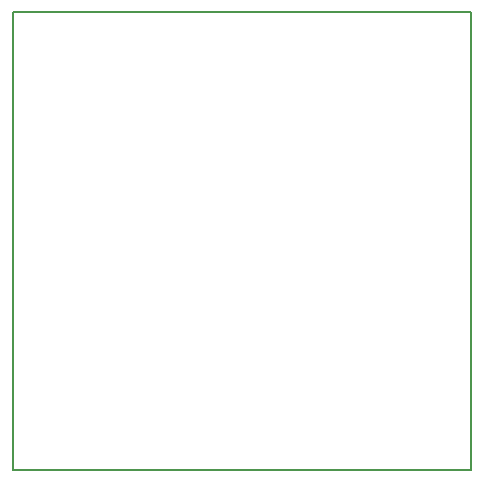
<source format=gbo>
G04 MADE WITH FRITZING*
G04 WWW.FRITZING.ORG*
G04 DOUBLE SIDED*
G04 HOLES PLATED*
G04 CONTOUR ON CENTER OF CONTOUR VECTOR*
%ASAXBY*%
%FSLAX23Y23*%
%MOIN*%
%OFA0B0*%
%SFA1.0B1.0*%
%ADD10R,1.535430X1.535430X1.519430X1.519430*%
%ADD11C,0.008000*%
%LNSILK0*%
G90*
G70*
G54D11*
X4Y1531D02*
X1531Y1531D01*
X1531Y4D01*
X4Y4D01*
X4Y1531D01*
D02*
G04 End of Silk0*
M02*
</source>
